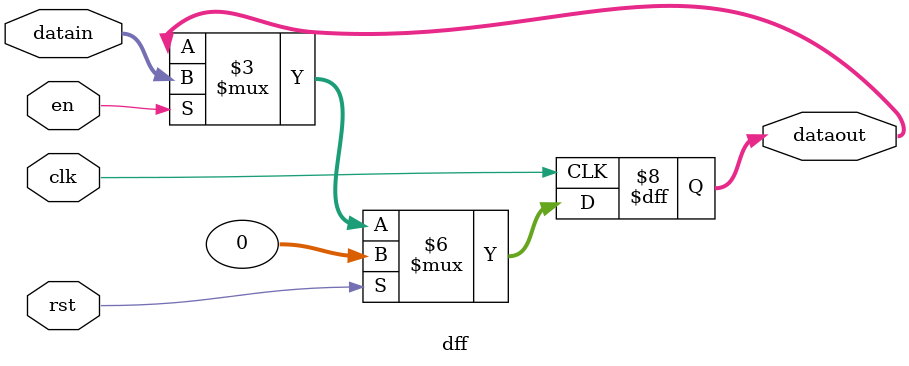
<source format=v>
`timescale 1ns / 1ps
module dff #(parameter WIDTH = 32) ( //Data Flip-Flop 
    input clk,
	 input en,
	 input rst,
    input [WIDTH-1:0] datain,
    output reg [WIDTH-1:0] dataout
    );
	always@(posedge clk)
	begin
		if(rst)
			dataout <= 0;
		else if(en)
			dataout <= datain;
		else dataout<=dataout;
	end
endmodule

</source>
